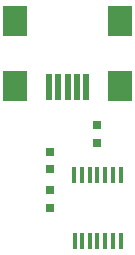
<source format=gtp>
G04 #@! TF.GenerationSoftware,KiCad,Pcbnew,(5.0.0)*
G04 #@! TF.CreationDate,2018-09-18T20:25:08+02:00*
G04 #@! TF.ProjectId,pcb_relay_main,7063625F72656C61795F6D61696E2E6B,rev?*
G04 #@! TF.SameCoordinates,PXeb14aa0PY7f13bd0*
G04 #@! TF.FileFunction,Paste,Top*
G04 #@! TF.FilePolarity,Positive*
%FSLAX46Y46*%
G04 Gerber Fmt 4.6, Leading zero omitted, Abs format (unit mm)*
G04 Created by KiCad (PCBNEW (5.0.0)) date 09/18/18 20:25:08*
%MOMM*%
%LPD*%
G01*
G04 APERTURE LIST*
%ADD10R,0.750000X0.800000*%
%ADD11R,2.000000X2.500000*%
%ADD12R,0.500000X2.300000*%
%ADD13R,0.431800X1.397000*%
G04 APERTURE END LIST*
D10*
G04 #@! TO.C,C1*
X8500000Y-12250000D03*
X8500000Y-10750000D03*
G04 #@! TD*
G04 #@! TO.C,C2*
X4500000Y-14500000D03*
X4500000Y-13000000D03*
G04 #@! TD*
G04 #@! TO.C,C3*
X4500000Y-17750000D03*
X4500000Y-16250000D03*
G04 #@! TD*
D11*
G04 #@! TO.C,J2*
X1525000Y-1925000D03*
X1525000Y-7425000D03*
X10425000Y-1925000D03*
X10425000Y-7425000D03*
D12*
X4375000Y-7525000D03*
X5175000Y-7525000D03*
X5975000Y-7525000D03*
X6775000Y-7525000D03*
X7575000Y-7525000D03*
G04 #@! TD*
D13*
G04 #@! TO.C,U1*
X6556900Y-14956000D03*
X7204600Y-14956000D03*
X7852300Y-14956000D03*
X8500000Y-14956000D03*
X9160400Y-14956000D03*
X9808100Y-14956000D03*
X10455800Y-14956000D03*
X10455800Y-20544000D03*
X9808100Y-20544000D03*
X9160400Y-20544000D03*
X8500000Y-20544000D03*
X7865000Y-20544000D03*
X7204600Y-20544000D03*
X6569600Y-20544000D03*
G04 #@! TD*
M02*

</source>
